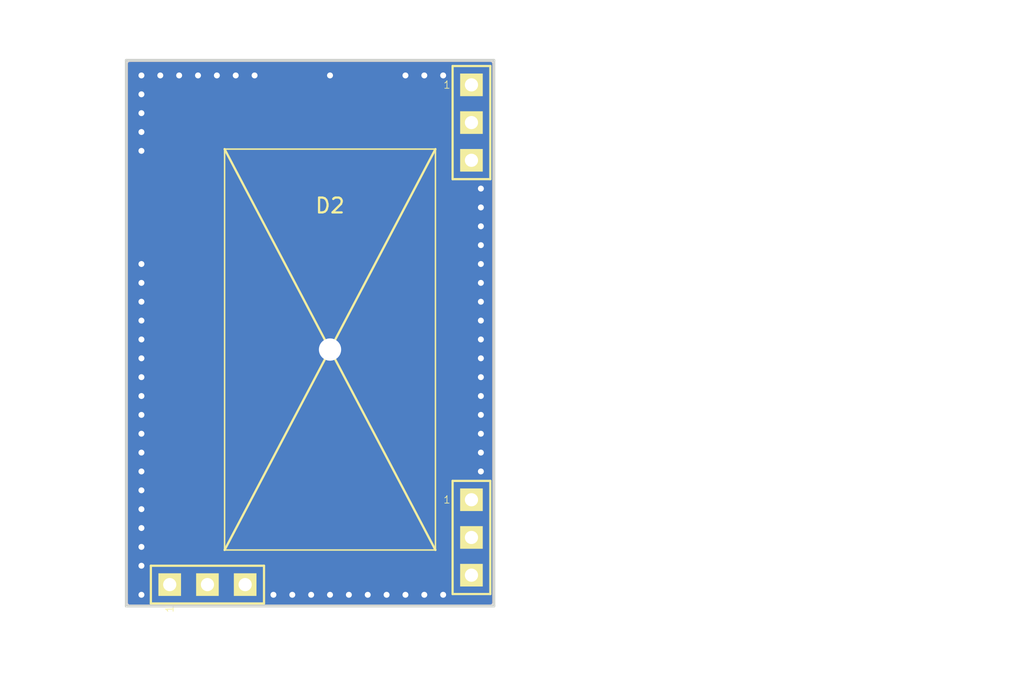
<source format=kicad_pcb>
(kicad_pcb (version 20171130) (host pcbnew "(2018-02-10 revision a04965c36)-makepkg")

  (general
    (thickness 1.6)
    (drawings 9)
    (tracks 125)
    (zones 0)
    (modules 4)
    (nets 2)
  )

  (page A4)
  (title_block
    (title NAME)
    (date "%d. %m. %Y")
    (rev REV)
    (company "Mlab www.mlab.cz")
    (comment 1 VERSION)
    (comment 2 "Short description\\nTwo lines are maximum")
    (comment 3 "nickname <email@example.com>")
  )

  (layers
    (0 F.Cu signal)
    (31 B.Cu signal)
    (34 B.Paste user)
    (36 B.SilkS user)
    (37 F.SilkS user)
    (38 B.Mask user hide)
    (39 F.Mask user)
    (44 Edge.Cuts user)
    (48 B.Fab user)
    (49 F.Fab user)
  )

  (setup
    (last_trace_width 0.25)
    (user_trace_width 0.3)
    (user_trace_width 0.4)
    (user_trace_width 0.5)
    (user_trace_width 0.6)
    (user_trace_width 0.7)
    (user_trace_width 0.8)
    (trace_clearance 0.2)
    (zone_clearance 0)
    (zone_45_only no)
    (trace_min 0.2)
    (segment_width 0.2)
    (edge_width 0.15)
    (via_size 0.8)
    (via_drill 0.4)
    (via_min_size 0.8)
    (via_min_drill 0.3)
    (uvia_size 0.3)
    (uvia_drill 0.1)
    (uvias_allowed no)
    (uvia_min_size 0.2)
    (uvia_min_drill 0.1)
    (pcb_text_width 0.3)
    (pcb_text_size 1.5 1.5)
    (mod_edge_width 0.15)
    (mod_text_size 1 1)
    (mod_text_width 0.15)
    (pad_size 6 6)
    (pad_drill 3)
    (pad_to_mask_clearance 0.2)
    (aux_axis_origin 0 0)
    (visible_elements 7FFFFF7F)
    (pcbplotparams
      (layerselection 0x010e0_ffffffff)
      (usegerberextensions false)
      (usegerberattributes false)
      (usegerberadvancedattributes false)
      (creategerberjobfile false)
      (excludeedgelayer true)
      (linewidth 0.150000)
      (plotframeref false)
      (viasonmask false)
      (mode 1)
      (useauxorigin false)
      (hpglpennumber 1)
      (hpglpenspeed 20)
      (hpglpendiameter 15)
      (psnegative false)
      (psa4output false)
      (plotreference true)
      (plotvalue true)
      (plotinvisibletext false)
      (padsonsilk false)
      (subtractmaskfromsilk false)
      (outputformat 1)
      (mirror false)
      (drillshape 0)
      (scaleselection 1)
      (outputdirectory ../cam_profi/))
  )

  (net 0 "")
  (net 1 GND)

  (net_class Default "This is the default net class."
    (clearance 0.2)
    (trace_width 0.25)
    (via_dia 0.8)
    (via_drill 0.4)
    (uvia_dia 0.3)
    (uvia_drill 0.1)
    (add_net GND)
  )

  (net_class MLAB_default ""
    (clearance 0.2)
    (trace_width 0.45)
    (via_dia 0.8)
    (via_drill 0.4)
    (uvia_dia 0.3)
    (uvia_drill 0.1)
  )

  (net_class MLAB_power ""
    (clearance 0.4)
    (trace_width 0.7)
    (via_dia 0.8)
    (via_drill 0.4)
    (uvia_dia 0.3)
    (uvia_drill 0.1)
  )

  (module Mlab_Pin_Headers:Straight_1x03 (layer F.Cu) (tedit 5B659355) (tstamp 5BA2542E)
    (at 10.795 -3.81 90)
    (descr "pin header straight 1x03")
    (tags "pin header straight 1x03")
    (path /5B671102)
    (fp_text reference J1 (at 0 -5.08 90) (layer F.SilkS) hide
      (effects (font (size 1.5 1.5) (thickness 0.15)))
    )
    (fp_text value HEADER_1x03 (at 0 5.08 90) (layer F.SilkS) hide
      (effects (font (size 1.5 1.5) (thickness 0.15)))
    )
    (fp_text user 1 (at -1.651 -2.54 90) (layer F.SilkS)
      (effects (font (size 0.5 0.5) (thickness 0.05)))
    )
    (fp_line (start -1.27 -3.81) (end 1.27 -3.81) (layer F.SilkS) (width 0.15))
    (fp_line (start 1.27 -3.81) (end 1.27 3.81) (layer F.SilkS) (width 0.15))
    (fp_line (start 1.27 3.81) (end -1.27 3.81) (layer F.SilkS) (width 0.15))
    (fp_line (start -1.27 3.81) (end -1.27 -3.81) (layer F.SilkS) (width 0.15))
    (pad 3 thru_hole rect (at 0 2.54 90) (size 1.524 1.524) (drill 0.889) (layers *.Cu *.Mask F.SilkS)
      (net 1 GND))
    (pad 2 thru_hole rect (at 0 0 90) (size 1.524 1.524) (drill 0.889) (layers *.Cu *.Mask F.SilkS)
      (net 1 GND))
    (pad 1 thru_hole rect (at 0 -2.54 90) (size 1.524 1.524) (drill 0.889) (layers *.Cu *.Mask F.SilkS)
      (net 1 GND))
    (model Pin_Headers/Pin_Header_Straight_1x03.wrl
      (at (xyz 0 0 0))
      (scale (xyz 1 1 1))
      (rotate (xyz 0 0 90))
    )
  )

  (module Mlab_Pin_Headers:Straight_1x03 (layer F.Cu) (tedit 5B659357) (tstamp 5BA2543A)
    (at 28.575 -6.985)
    (descr "pin header straight 1x03")
    (tags "pin header straight 1x03")
    (path /5B671130)
    (fp_text reference J2 (at 0 -5.08) (layer F.SilkS) hide
      (effects (font (size 1.5 1.5) (thickness 0.15)))
    )
    (fp_text value HEADER_1x03 (at 0 5.08) (layer F.SilkS) hide
      (effects (font (size 1.5 1.5) (thickness 0.15)))
    )
    (fp_line (start -1.27 3.81) (end -1.27 -3.81) (layer F.SilkS) (width 0.15))
    (fp_line (start 1.27 3.81) (end -1.27 3.81) (layer F.SilkS) (width 0.15))
    (fp_line (start 1.27 -3.81) (end 1.27 3.81) (layer F.SilkS) (width 0.15))
    (fp_line (start -1.27 -3.81) (end 1.27 -3.81) (layer F.SilkS) (width 0.15))
    (fp_text user 1 (at -1.651 -2.54) (layer F.SilkS)
      (effects (font (size 0.5 0.5) (thickness 0.05)))
    )
    (pad 1 thru_hole rect (at 0 -2.54) (size 1.524 1.524) (drill 0.889) (layers *.Cu *.Mask F.SilkS)
      (net 1 GND))
    (pad 2 thru_hole rect (at 0 0) (size 1.524 1.524) (drill 0.889) (layers *.Cu *.Mask F.SilkS)
      (net 1 GND))
    (pad 3 thru_hole rect (at 0 2.54) (size 1.524 1.524) (drill 0.889) (layers *.Cu *.Mask F.SilkS)
      (net 1 GND))
    (model Pin_Headers/Pin_Header_Straight_1x03.wrl
      (at (xyz 0 0 0))
      (scale (xyz 1 1 1))
      (rotate (xyz 0 0 90))
    )
  )

  (module Mlab_Pin_Headers:Straight_1x03 (layer F.Cu) (tedit 5B65935B) (tstamp 5BA25446)
    (at 28.575 -34.925)
    (descr "pin header straight 1x03")
    (tags "pin header straight 1x03")
    (path /5B671154)
    (fp_text reference J3 (at 0 -5.08) (layer F.SilkS) hide
      (effects (font (size 1.5 1.5) (thickness 0.15)))
    )
    (fp_text value HEADER_1x03 (at 0 5.08) (layer F.SilkS) hide
      (effects (font (size 1.5 1.5) (thickness 0.15)))
    )
    (fp_text user 1 (at -1.651 -2.54) (layer F.SilkS)
      (effects (font (size 0.5 0.5) (thickness 0.05)))
    )
    (fp_line (start -1.27 -3.81) (end 1.27 -3.81) (layer F.SilkS) (width 0.15))
    (fp_line (start 1.27 -3.81) (end 1.27 3.81) (layer F.SilkS) (width 0.15))
    (fp_line (start 1.27 3.81) (end -1.27 3.81) (layer F.SilkS) (width 0.15))
    (fp_line (start -1.27 3.81) (end -1.27 -3.81) (layer F.SilkS) (width 0.15))
    (pad 3 thru_hole rect (at 0 2.54) (size 1.524 1.524) (drill 0.889) (layers *.Cu *.Mask F.SilkS)
      (net 1 GND))
    (pad 2 thru_hole rect (at 0 0) (size 1.524 1.524) (drill 0.889) (layers *.Cu *.Mask F.SilkS)
      (net 1 GND))
    (pad 1 thru_hole rect (at 0 -2.54) (size 1.524 1.524) (drill 0.889) (layers *.Cu *.Mask F.SilkS)
      (net 1 GND))
    (model Pin_Headers/Pin_Header_Straight_1x03.wrl
      (at (xyz 0 0 0))
      (scale (xyz 1 1 1))
      (rotate (xyz 0 0 90))
    )
  )

  (module Mlab_D:HAMAMATSU_S2744-09__otvor locked (layer F.Cu) (tedit 5B659CA4) (tstamp 5B73AD43)
    (at 19.05 -5.2 270)
    (descr "Diode SMA (DO-214AC)")
    (tags "Diode SMA (DO-214AC)")
    (path /5B3A05A5)
    (attr smd)
    (fp_text reference D2 (at -24.13 0 180) (layer F.SilkS)
      (effects (font (size 1 1) (thickness 0.15)))
    )
    (fp_text value S2744-09 (at -21.59 0 180) (layer F.Fab)
      (effects (font (size 1 1) (thickness 0.15)))
    )
    (fp_text user %R (at -24.13 0 180) (layer F.Fab)
      (effects (font (size 1 1) (thickness 0.15)))
    )
    (fp_line (start -0.94 -7.1) (end -27.94 -7.1) (layer F.Fab) (width 0.1))
    (fp_line (start -0.94 -7.1) (end -0.94 7.1) (layer F.Fab) (width 0.1))
    (fp_line (start -0.94 7.1) (end -27.94 7.1) (layer F.Fab) (width 0.1))
    (fp_line (start -27.94 -7.1) (end -27.94 7.1) (layer F.Fab) (width 0.1))
    (fp_line (start -0.94 -7.1) (end -0.94 7.1) (layer F.SilkS) (width 0.1))
    (fp_line (start -0.94 -7.1) (end -27.94 -7.1) (layer F.SilkS) (width 0.1))
    (fp_line (start -27.94 -7.1) (end -27.94 7.1) (layer F.SilkS) (width 0.1))
    (fp_line (start -0.94 7.1) (end -27.94 7.1) (layer F.SilkS) (width 0.1))
    (fp_line (start -0.94 -7.1) (end -27.94 7.1) (layer F.SilkS) (width 0.15))
    (fp_line (start -0.94 7.1) (end -27.94 -7.1) (layer F.SilkS) (width 0.15))
    (pad 1 thru_hole circle (at -14.44 0 270) (size 5 5) (drill 1.5) (layers *.Cu *.Mask)
      (net 1 GND))
    (model ${KISYS3DMOD}/Diode_SMD.3dshapes/D_SMA.wrl
      (at (xyz 0 0 0))
      (scale (xyz 1 1 1))
      (rotate (xyz 0 0 0))
    )
  )

  (gr_poly (pts (xy 5.08 -1.905) (xy 30.48 -1.905) (xy 30.48 -6.35) (xy 5.08 -6.35)) (layer F.Mask) (width 0.15))
  (gr_poly (pts (xy 30.48 -39.37) (xy 30.48 -1.905) (xy 24.765 -1.905) (xy 24.765 -39.37)) (layer F.Mask) (width 0.15))
  (gr_poly (pts (xy 5.08 -39.37) (xy 30.48 -39.37) (xy 30.48 -35.56) (xy 5.08 -35.56)) (layer F.Mask) (width 0.15))
  (gr_poly (pts (xy 5.08 -39.37) (xy 30.48 -39.37) (xy 30.48 -1.905) (xy 5.08 -1.905)) (layer F.Mask) (width 0.15))
  (gr_poly (pts (xy 5.08 -39.37) (xy 30.48 -39.37) (xy 30.48 -1.905) (xy 5.08 -1.905)) (layer B.Mask) (width 0.15))
  (gr_line (start 5.334 -39.116) (end 30.08 -39.116) (layer Edge.Cuts) (width 0.2))
  (gr_line (start 5.334 -39.116) (end 5.334 -2.37) (layer Edge.Cuts) (width 0.2))
  (gr_line (start 5.334 -2.37) (end 30.08 -2.37) (layer Edge.Cuts) (width 0.2))
  (gr_line (start 30.08 -39.116) (end 30.08 -2.37) (layer Edge.Cuts) (width 0.2))

  (segment (start 6.35 -34.29) (end 6.35 -33.02) (width 0.25) (layer B.Cu) (net 1))
  (via (at 6.35 -33.02) (size 0.8) (drill 0.4) (layers F.Cu B.Cu) (net 1))
  (segment (start 6.35 -35.56) (end 6.35 -34.29) (width 0.25) (layer F.Cu) (net 1))
  (via (at 6.35 -34.29) (size 0.8) (drill 0.4) (layers F.Cu B.Cu) (net 1))
  (segment (start 6.35 -36.83) (end 6.35 -35.56) (width 0.25) (layer B.Cu) (net 1))
  (via (at 6.35 -35.56) (size 0.8) (drill 0.4) (layers F.Cu B.Cu) (net 1))
  (segment (start 6.35 -38.1) (end 6.35 -36.83) (width 0.25) (layer F.Cu) (net 1))
  (via (at 6.35 -36.83) (size 0.8) (drill 0.4) (layers F.Cu B.Cu) (net 1))
  (segment (start 7.62 -38.1) (end 6.35 -38.1) (width 0.25) (layer B.Cu) (net 1))
  (via (at 6.35 -38.1) (size 0.8) (drill 0.4) (layers F.Cu B.Cu) (net 1))
  (segment (start 8.89 -38.1) (end 7.62 -38.1) (width 0.25) (layer F.Cu) (net 1))
  (via (at 7.62 -38.1) (size 0.8) (drill 0.4) (layers F.Cu B.Cu) (net 1))
  (segment (start 10.16 -38.1) (end 8.89 -38.1) (width 0.25) (layer B.Cu) (net 1))
  (via (at 8.89 -38.1) (size 0.8) (drill 0.4) (layers F.Cu B.Cu) (net 1))
  (segment (start 11.43 -38.1) (end 10.16 -38.1) (width 0.25) (layer F.Cu) (net 1))
  (via (at 10.16 -38.1) (size 0.8) (drill 0.4) (layers F.Cu B.Cu) (net 1))
  (segment (start 12.7 -38.1) (end 11.43 -38.1) (width 0.25) (layer B.Cu) (net 1))
  (via (at 11.43 -38.1) (size 0.8) (drill 0.4) (layers F.Cu B.Cu) (net 1))
  (segment (start 13.97 -38.1) (end 12.7 -38.1) (width 0.25) (layer F.Cu) (net 1))
  (via (at 12.7 -38.1) (size 0.8) (drill 0.4) (layers F.Cu B.Cu) (net 1))
  (segment (start 19.05 -38.1) (end 13.97 -38.1) (width 0.25) (layer B.Cu) (net 1))
  (via (at 13.97 -38.1) (size 0.8) (drill 0.4) (layers F.Cu B.Cu) (net 1))
  (segment (start 23.730001 -38.499999) (end 19.449999 -38.499999) (width 0.25) (layer F.Cu) (net 1))
  (segment (start 24.13 -38.1) (end 23.730001 -38.499999) (width 0.25) (layer F.Cu) (net 1))
  (segment (start 19.449999 -38.499999) (end 19.05 -38.1) (width 0.25) (layer F.Cu) (net 1))
  (via (at 19.05 -38.1) (size 0.8) (drill 0.4) (layers F.Cu B.Cu) (net 1))
  (segment (start 25.4 -38.1) (end 24.13 -38.1) (width 0.25) (layer B.Cu) (net 1))
  (via (at 24.13 -38.1) (size 0.8) (drill 0.4) (layers F.Cu B.Cu) (net 1))
  (segment (start 26.67 -38.1) (end 25.4 -38.1) (width 0.25) (layer F.Cu) (net 1))
  (via (at 25.4 -38.1) (size 0.8) (drill 0.4) (layers F.Cu B.Cu) (net 1))
  (segment (start 27.305 -37.465) (end 26.67 -38.1) (width 0.25) (layer B.Cu) (net 1))
  (segment (start 28.575 -37.465) (end 27.305 -37.465) (width 0.25) (layer B.Cu) (net 1) (status 10))
  (via (at 26.67 -38.1) (size 0.8) (drill 0.4) (layers F.Cu B.Cu) (net 1))
  (segment (start 6.35 -24.13) (end 6.35 -25.4) (width 0.25) (layer F.Cu) (net 1))
  (via (at 6.35 -25.4) (size 0.8) (drill 0.4) (layers F.Cu B.Cu) (net 1))
  (segment (start 6.35 -22.86) (end 6.35 -24.13) (width 0.25) (layer B.Cu) (net 1))
  (via (at 6.35 -24.13) (size 0.8) (drill 0.4) (layers F.Cu B.Cu) (net 1))
  (segment (start 6.35 -21.59) (end 6.35 -22.86) (width 0.25) (layer F.Cu) (net 1))
  (via (at 6.35 -22.86) (size 0.8) (drill 0.4) (layers F.Cu B.Cu) (net 1))
  (segment (start 6.35 -20.32) (end 6.35 -21.59) (width 0.25) (layer B.Cu) (net 1))
  (via (at 6.35 -21.59) (size 0.8) (drill 0.4) (layers F.Cu B.Cu) (net 1))
  (segment (start 6.35 -19.05) (end 6.35 -20.32) (width 0.25) (layer F.Cu) (net 1))
  (via (at 6.35 -20.32) (size 0.8) (drill 0.4) (layers F.Cu B.Cu) (net 1))
  (segment (start 6.35 -17.78) (end 6.35 -19.05) (width 0.25) (layer B.Cu) (net 1))
  (via (at 6.35 -19.05) (size 0.8) (drill 0.4) (layers F.Cu B.Cu) (net 1))
  (segment (start 6.35 -16.51) (end 6.35 -17.78) (width 0.25) (layer F.Cu) (net 1))
  (via (at 6.35 -17.78) (size 0.8) (drill 0.4) (layers F.Cu B.Cu) (net 1))
  (segment (start 6.35 -15.24) (end 6.35 -16.51) (width 0.25) (layer B.Cu) (net 1))
  (via (at 6.35 -16.51) (size 0.8) (drill 0.4) (layers F.Cu B.Cu) (net 1))
  (segment (start 6.35 -13.97) (end 6.35 -15.24) (width 0.25) (layer F.Cu) (net 1))
  (via (at 6.35 -15.24) (size 0.8) (drill 0.4) (layers F.Cu B.Cu) (net 1))
  (segment (start 6.35 -12.7) (end 6.35 -13.97) (width 0.25) (layer B.Cu) (net 1))
  (via (at 6.35 -13.97) (size 0.8) (drill 0.4) (layers F.Cu B.Cu) (net 1))
  (segment (start 6.35 -11.43) (end 6.35 -12.7) (width 0.25) (layer F.Cu) (net 1))
  (via (at 6.35 -12.7) (size 0.8) (drill 0.4) (layers F.Cu B.Cu) (net 1))
  (segment (start 6.35 -10.16) (end 6.35 -11.43) (width 0.25) (layer B.Cu) (net 1))
  (via (at 6.35 -11.43) (size 0.8) (drill 0.4) (layers F.Cu B.Cu) (net 1))
  (segment (start 6.35 -8.89) (end 6.35 -10.16) (width 0.25) (layer F.Cu) (net 1))
  (via (at 6.35 -10.16) (size 0.8) (drill 0.4) (layers F.Cu B.Cu) (net 1))
  (segment (start 6.35 -7.62) (end 6.35 -8.89) (width 0.25) (layer B.Cu) (net 1))
  (via (at 6.35 -8.89) (size 0.8) (drill 0.4) (layers F.Cu B.Cu) (net 1))
  (segment (start 6.35 -6.35) (end 6.35 -7.62) (width 0.25) (layer F.Cu) (net 1))
  (via (at 6.35 -7.62) (size 0.8) (drill 0.4) (layers F.Cu B.Cu) (net 1))
  (segment (start 6.35 -5.08) (end 6.35 -6.35) (width 0.25) (layer B.Cu) (net 1))
  (via (at 6.35 -6.35) (size 0.8) (drill 0.4) (layers F.Cu B.Cu) (net 1))
  (segment (start 6.35 -3.124) (end 6.35 -5.08) (width 0.25) (layer F.Cu) (net 1))
  (via (at 6.35 -5.08) (size 0.8) (drill 0.4) (layers F.Cu B.Cu) (net 1))
  (segment (start 7.036 -3.81) (end 6.35 -3.124) (width 0.25) (layer B.Cu) (net 1))
  (segment (start 8.255 -3.81) (end 7.036 -3.81) (width 0.25) (layer B.Cu) (net 1) (status 10))
  (via (at 6.35 -3.124) (size 0.8) (drill 0.4) (layers F.Cu B.Cu) (net 1))
  (segment (start 16.51 -3.124) (end 15.24 -3.124) (width 0.25) (layer F.Cu) (net 1))
  (via (at 15.24 -3.124) (size 0.8) (drill 0.4) (layers F.Cu B.Cu) (net 1))
  (segment (start 17.78 -3.124) (end 16.51 -3.124) (width 0.25) (layer B.Cu) (net 1))
  (via (at 16.51 -3.124) (size 0.8) (drill 0.4) (layers F.Cu B.Cu) (net 1))
  (segment (start 19.05 -3.124) (end 17.78 -3.124) (width 0.25) (layer F.Cu) (net 1))
  (via (at 17.78 -3.124) (size 0.8) (drill 0.4) (layers F.Cu B.Cu) (net 1))
  (segment (start 20.32 -3.124) (end 19.05 -3.124) (width 0.25) (layer B.Cu) (net 1))
  (via (at 19.05 -3.124) (size 0.8) (drill 0.4) (layers F.Cu B.Cu) (net 1))
  (segment (start 21.59 -3.124) (end 20.32 -3.124) (width 0.25) (layer F.Cu) (net 1))
  (via (at 20.32 -3.124) (size 0.8) (drill 0.4) (layers F.Cu B.Cu) (net 1))
  (segment (start 22.86 -3.124) (end 21.59 -3.124) (width 0.25) (layer B.Cu) (net 1))
  (via (at 21.59 -3.124) (size 0.8) (drill 0.4) (layers F.Cu B.Cu) (net 1))
  (segment (start 24.13 -3.124) (end 22.86 -3.124) (width 0.25) (layer F.Cu) (net 1))
  (via (at 22.86 -3.124) (size 0.8) (drill 0.4) (layers F.Cu B.Cu) (net 1))
  (segment (start 25.4 -3.124) (end 24.13 -3.124) (width 0.25) (layer B.Cu) (net 1))
  (via (at 24.13 -3.124) (size 0.8) (drill 0.4) (layers F.Cu B.Cu) (net 1))
  (segment (start 26.67 -3.124) (end 25.4 -3.124) (width 0.25) (layer F.Cu) (net 1))
  (via (at 25.4 -3.124) (size 0.8) (drill 0.4) (layers F.Cu B.Cu) (net 1))
  (segment (start 28.575 -3.433) (end 28.266 -3.124) (width 0.25) (layer B.Cu) (net 1))
  (segment (start 28.575 -4.445) (end 28.575 -3.433) (width 0.25) (layer B.Cu) (net 1) (status 10))
  (segment (start 28.266 -3.124) (end 26.67 -3.124) (width 0.25) (layer B.Cu) (net 1))
  (via (at 26.67 -3.124) (size 0.8) (drill 0.4) (layers F.Cu B.Cu) (net 1))
  (via (at 29.21 -11.43) (size 0.8) (drill 0.4) (layers F.Cu B.Cu) (net 1))
  (segment (start 29.21 -12.7) (end 29.21 -11.43) (width 0.25) (layer B.Cu) (net 1))
  (segment (start 29.21 -13.97) (end 29.21 -12.7) (width 0.25) (layer F.Cu) (net 1))
  (via (at 29.21 -12.7) (size 0.8) (drill 0.4) (layers F.Cu B.Cu) (net 1))
  (segment (start 29.21 -15.24) (end 29.21 -13.97) (width 0.25) (layer B.Cu) (net 1))
  (via (at 29.21 -13.97) (size 0.8) (drill 0.4) (layers F.Cu B.Cu) (net 1))
  (segment (start 29.21 -16.51) (end 29.21 -15.24) (width 0.25) (layer F.Cu) (net 1))
  (via (at 29.21 -15.24) (size 0.8) (drill 0.4) (layers F.Cu B.Cu) (net 1))
  (segment (start 29.21 -17.78) (end 29.21 -16.51) (width 0.25) (layer B.Cu) (net 1))
  (via (at 29.21 -16.51) (size 0.8) (drill 0.4) (layers F.Cu B.Cu) (net 1))
  (segment (start 29.21 -19.05) (end 29.21 -17.78) (width 0.25) (layer F.Cu) (net 1))
  (via (at 29.21 -17.78) (size 0.8) (drill 0.4) (layers F.Cu B.Cu) (net 1))
  (segment (start 29.21 -20.32) (end 29.21 -19.05) (width 0.25) (layer B.Cu) (net 1))
  (via (at 29.21 -19.05) (size 0.8) (drill 0.4) (layers F.Cu B.Cu) (net 1))
  (segment (start 29.21 -21.59) (end 29.21 -20.32) (width 0.25) (layer F.Cu) (net 1))
  (via (at 29.21 -20.32) (size 0.8) (drill 0.4) (layers F.Cu B.Cu) (net 1))
  (segment (start 29.21 -22.86) (end 29.21 -21.59) (width 0.25) (layer B.Cu) (net 1))
  (via (at 29.21 -21.59) (size 0.8) (drill 0.4) (layers F.Cu B.Cu) (net 1))
  (segment (start 29.21 -24.13) (end 29.21 -22.86) (width 0.25) (layer F.Cu) (net 1))
  (via (at 29.21 -22.86) (size 0.8) (drill 0.4) (layers F.Cu B.Cu) (net 1))
  (segment (start 29.21 -25.4) (end 29.21 -24.13) (width 0.25) (layer B.Cu) (net 1))
  (via (at 29.21 -24.13) (size 0.8) (drill 0.4) (layers F.Cu B.Cu) (net 1))
  (segment (start 29.21 -26.67) (end 29.21 -25.4) (width 0.25) (layer F.Cu) (net 1))
  (via (at 29.21 -25.4) (size 0.8) (drill 0.4) (layers F.Cu B.Cu) (net 1))
  (segment (start 29.21 -27.94) (end 29.21 -26.67) (width 0.25) (layer B.Cu) (net 1))
  (via (at 29.21 -26.67) (size 0.8) (drill 0.4) (layers F.Cu B.Cu) (net 1))
  (segment (start 29.21 -29.21) (end 29.21 -27.94) (width 0.25) (layer F.Cu) (net 1))
  (via (at 29.21 -27.94) (size 0.8) (drill 0.4) (layers F.Cu B.Cu) (net 1))
  (segment (start 29.21 -30.48) (end 29.21 -29.21) (width 0.25) (layer B.Cu) (net 1))
  (via (at 29.21 -29.21) (size 0.8) (drill 0.4) (layers F.Cu B.Cu) (net 1))
  (segment (start 28.575 -31.115) (end 29.21 -30.48) (width 0.25) (layer F.Cu) (net 1))
  (segment (start 28.575 -32.385) (end 28.575 -31.115) (width 0.25) (layer F.Cu) (net 1) (status 10))
  (via (at 29.21 -30.48) (size 0.8) (drill 0.4) (layers F.Cu B.Cu) (net 1))

  (zone (net 1) (net_name GND) (layer B.Cu) (tstamp 0) (hatch edge 0.508)
    (connect_pads yes (clearance 0))
    (min_thickness 0.254)
    (fill yes (arc_segments 16) (thermal_gap 0.208) (thermal_bridge_width 0.208))
    (polygon
      (pts
        (xy -1.016 -41.91) (xy -0.762 0.762) (xy 61.468 0.762) (xy 61.722 -41.148)
      )
    )
    (filled_polygon
      (pts
        (xy 29.853001 -2.597) (xy 5.561 -2.597) (xy 5.561 -38.889) (xy 29.853 -38.889)
      )
    )
  )
  (zone (net 1) (net_name GND) (layer F.Cu) (tstamp 0) (hatch edge 0.508)
    (priority 1)
    (connect_pads yes (clearance 0))
    (min_thickness 0.254)
    (fill yes (arc_segments 16) (thermal_gap 0.508) (thermal_bridge_width 0.508))
    (polygon
      (pts
        (xy -3.175 -43.18) (xy 63.373 -42.672) (xy 65.786 3.302) (xy -3.175 3.175)
      )
    )
    (filled_polygon
      (pts
        (xy 29.853001 -2.597) (xy 5.561 -2.597) (xy 5.561 -38.889) (xy 29.853 -38.889)
      )
    )
  )
)

</source>
